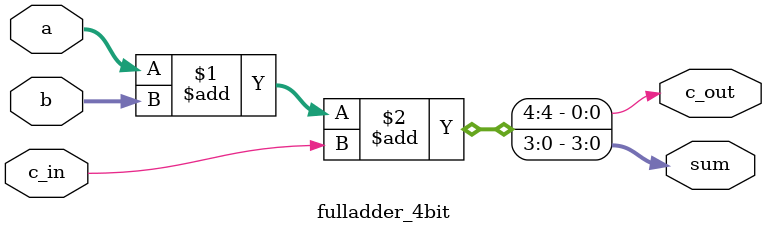
<source format=v>
`timescale 1ns / 1ps

module fulladder_4bit(
  input[3:0] a,
  input[3:0]b,
  input c_in,
  output[3:0] sum,
  output c_out
);
  assign {c_out, sum} = a + b + c_in;
endmodule

</source>
